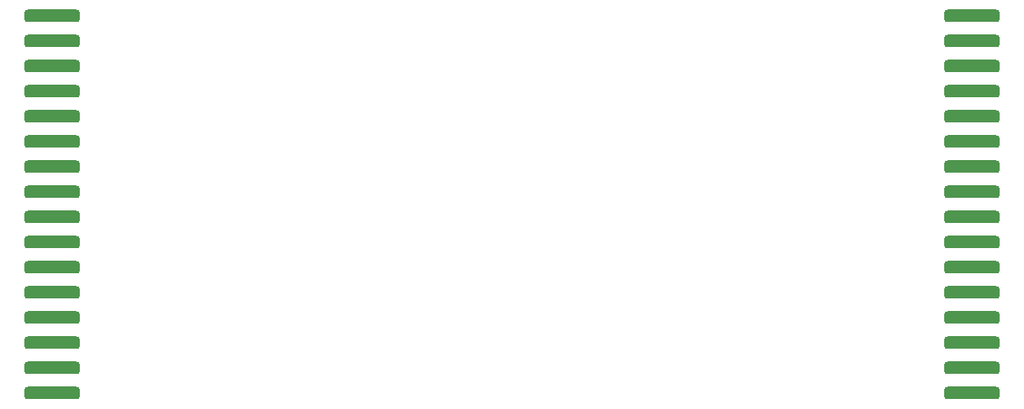
<source format=gbr>
%TF.GenerationSoftware,KiCad,Pcbnew,8.0.5*%
%TF.CreationDate,2024-11-23T18:11:23-05:00*%
%TF.ProjectId,kb-flat-jumper,6b622d66-6c61-4742-9d6a-756d7065722e,rev?*%
%TF.SameCoordinates,Original*%
%TF.FileFunction,Paste,Top*%
%TF.FilePolarity,Positive*%
%FSLAX46Y46*%
G04 Gerber Fmt 4.6, Leading zero omitted, Abs format (unit mm)*
G04 Created by KiCad (PCBNEW 8.0.5) date 2024-11-23 18:11:23*
%MOMM*%
%LPD*%
G01*
G04 APERTURE LIST*
G04 Aperture macros list*
%AMRoundRect*
0 Rectangle with rounded corners*
0 $1 Rounding radius*
0 $2 $3 $4 $5 $6 $7 $8 $9 X,Y pos of 4 corners*
0 Add a 4 corners polygon primitive as box body*
4,1,4,$2,$3,$4,$5,$6,$7,$8,$9,$2,$3,0*
0 Add four circle primitives for the rounded corners*
1,1,$1+$1,$2,$3*
1,1,$1+$1,$4,$5*
1,1,$1+$1,$6,$7*
1,1,$1+$1,$8,$9*
0 Add four rect primitives between the rounded corners*
20,1,$1+$1,$2,$3,$4,$5,0*
20,1,$1+$1,$4,$5,$6,$7,0*
20,1,$1+$1,$6,$7,$8,$9,0*
20,1,$1+$1,$8,$9,$2,$3,0*%
G04 Aperture macros list end*
%ADD10RoundRect,0.317500X-2.476500X-0.317500X2.476500X-0.317500X2.476500X0.317500X-2.476500X0.317500X0*%
G04 APERTURE END LIST*
D10*
%TO.C,J32*%
X197104000Y-90662000D03*
%TD*%
%TO.C,J31*%
X197104000Y-88122000D03*
%TD*%
%TO.C,J30*%
X197104000Y-85582000D03*
%TD*%
%TO.C,J29*%
X197104000Y-83042000D03*
%TD*%
%TO.C,J28*%
X197104000Y-80502000D03*
%TD*%
%TO.C,J27*%
X197104000Y-77962000D03*
%TD*%
%TO.C,J26*%
X197104000Y-75422000D03*
%TD*%
%TO.C,J25*%
X197104000Y-72898000D03*
%TD*%
%TO.C,J24*%
X104394000Y-90678000D03*
%TD*%
%TO.C,J23*%
X104394000Y-88138000D03*
%TD*%
%TO.C,J22*%
X104394000Y-85598000D03*
%TD*%
%TO.C,J21*%
X104394000Y-83058000D03*
%TD*%
%TO.C,J20*%
X104394000Y-80518000D03*
%TD*%
%TO.C,J19*%
X104394000Y-77978000D03*
%TD*%
%TO.C,J18*%
X104394000Y-75438000D03*
%TD*%
%TO.C,J17*%
X104394000Y-72898000D03*
%TD*%
%TO.C,J16*%
X197104000Y-70342000D03*
%TD*%
%TO.C,J15*%
X197104000Y-67802000D03*
%TD*%
%TO.C,J14*%
X197104000Y-65262000D03*
%TD*%
%TO.C,J13*%
X197104000Y-62722000D03*
%TD*%
%TO.C,J12*%
X104394000Y-70358000D03*
%TD*%
%TO.C,J11*%
X104394000Y-67818000D03*
%TD*%
%TO.C,J10*%
X104394000Y-65278000D03*
%TD*%
%TO.C,J9*%
X104394000Y-62738000D03*
%TD*%
%TO.C,J8*%
X197104000Y-60182000D03*
%TD*%
%TO.C,J7*%
X197104000Y-57642000D03*
%TD*%
%TO.C,J6*%
X104394000Y-60198000D03*
%TD*%
%TO.C,J5*%
X104394000Y-57658000D03*
%TD*%
%TO.C,J4*%
X197104000Y-55102000D03*
%TD*%
%TO.C,J3*%
X104394000Y-55118000D03*
%TD*%
%TO.C,J1*%
X104394000Y-52578000D03*
%TD*%
%TO.C,J2*%
X197104000Y-52562000D03*
%TD*%
M02*

</source>
